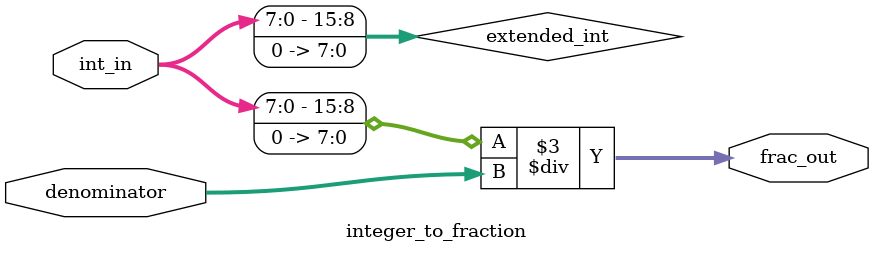
<source format=sv>
module integer_to_fraction #(parameter INT_WIDTH=8, FRAC_WIDTH=8)(
    input wire [INT_WIDTH-1:0] int_in,
    input wire [INT_WIDTH-1:0] denominator, // 分母
    output reg [INT_WIDTH+FRAC_WIDTH-1:0] frac_out
);
    reg [INT_WIDTH+FRAC_WIDTH-1:0] extended_int;
    
    always @* begin
        extended_int = int_in << FRAC_WIDTH;
        frac_out = extended_int / denominator;
    end
endmodule
</source>
